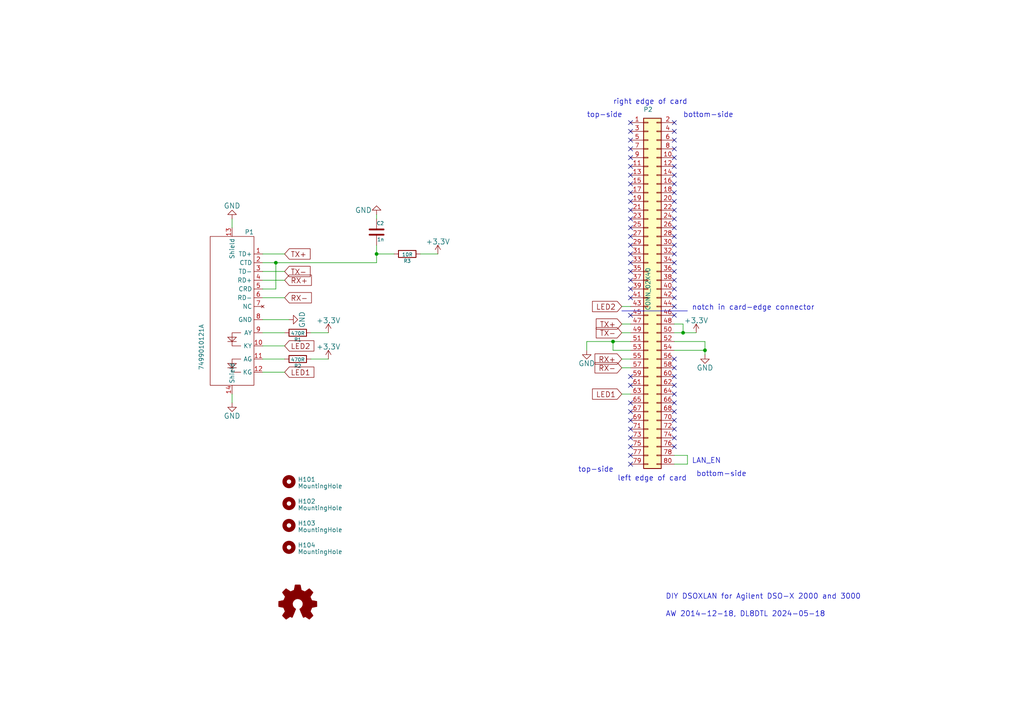
<source format=kicad_sch>
(kicad_sch (version 20230121) (generator eeschema)
  (paper "A4")
  (lib_symbols
    (symbol "Connector_Generic:Conn_02x40_Odd_Even" (pin_names (offset 1.016) hide)
      (property "Reference" "J" (at 1.27 50.8 0))
      (property "Value" "Conn_02x40_Odd_Even" (at 1.27 -53.34 0))
      (symbol "Conn_02x40_Odd_Even_1_1"
        (rectangle (start -1.27 -50.673) (end 0 -50.927) (stroke (width 0.1524)))
        (rectangle (start -1.27 -48.133) (end 0 -48.387) (stroke (width 0.1524)))
        (rectangle (start -1.27 -45.593) (end 0 -45.847) (stroke (width 0.1524)))
        (rectangle (start -1.27 -43.053) (end 0 -43.307) (stroke (width 0.1524)))
        (rectangle (start -1.27 -40.513) (end 0 -40.767) (stroke (width 0.1524)))
        (rectangle (start -1.27 -37.973) (end 0 -38.227) (stroke (width 0.1524)))
        (rectangle (start -1.27 -35.433) (end 0 -35.687) (stroke (width 0.1524)))
        (rectangle (start -1.27 -32.893) (end 0 -33.147) (stroke (width 0.1524)))
        (rectangle (start -1.27 -30.353) (end 0 -30.607) (stroke (width 0.1524)))
        (rectangle (start -1.27 -27.813) (end 0 -28.067) (stroke (width 0.1524)))
        (rectangle (start -1.27 -25.273) (end 0 -25.527) (stroke (width 0.1524)))
        (rectangle (start -1.27 -22.733) (end 0 -22.987) (stroke (width 0.1524)))
        (rectangle (start -1.27 -20.193) (end 0 -20.447) (stroke (width 0.1524)))
        (rectangle (start -1.27 -17.653) (end 0 -17.907) (stroke (width 0.1524)))
        (rectangle (start -1.27 -15.113) (end 0 -15.367) (stroke (width 0.1524)))
        (rectangle (start -1.27 -12.573) (end 0 -12.827) (stroke (width 0.1524)))
        (rectangle (start -1.27 -10.033) (end 0 -10.287) (stroke (width 0.1524)))
        (rectangle (start -1.27 -7.493) (end 0 -7.747) (stroke (width 0.1524)))
        (rectangle (start -1.27 -4.953) (end 0 -5.207) (stroke (width 0.1524)))
        (rectangle (start -1.27 -2.413) (end 0 -2.667) (stroke (width 0.1524)))
        (rectangle (start -1.27 0.127) (end 0 -0.127) (stroke (width 0.1524)))
        (rectangle (start -1.27 2.667) (end 0 2.413) (stroke (width 0.1524)))
        (rectangle (start -1.27 5.207) (end 0 4.953) (stroke (width 0.1524)))
        (rectangle (start -1.27 7.747) (end 0 7.493) (stroke (width 0.1524)))
        (rectangle (start -1.27 10.287) (end 0 10.033) (stroke (width 0.1524)))
        (rectangle (start -1.27 12.827) (end 0 12.573) (stroke (width 0.1524)))
        (rectangle (start -1.27 15.367) (end 0 15.113) (stroke (width 0.1524)))
        (rectangle (start -1.27 17.907) (end 0 17.653) (stroke (width 0.1524)))
        (rectangle (start -1.27 20.447) (end 0 20.193) (stroke (width 0.1524)))
        (rectangle (start -1.27 22.987) (end 0 22.733) (stroke (width 0.1524)))
        (rectangle (start -1.27 25.527) (end 0 25.273) (stroke (width 0.1524)))
        (rectangle (start -1.27 28.067) (end 0 27.813) (stroke (width 0.1524)))
        (rectangle (start -1.27 30.607) (end 0 30.353) (stroke (width 0.1524)))
        (rectangle (start -1.27 33.147) (end 0 32.893) (stroke (width 0.1524)))
        (rectangle (start -1.27 35.687) (end 0 35.433) (stroke (width 0.1524)))
        (rectangle (start -1.27 38.227) (end 0 37.973) (stroke (width 0.1524)))
        (rectangle (start -1.27 40.767) (end 0 40.513) (stroke (width 0.1524)))
        (rectangle (start -1.27 43.307) (end 0 43.053) (stroke (width 0.1524)))
        (rectangle (start -1.27 45.847) (end 0 45.593) (stroke (width 0.1524)))
        (rectangle (start -1.27 48.387) (end 0 48.133) (stroke (width 0.1524)))
        (rectangle (start -1.27 49.53) (end 3.81 -52.07) (stroke (width 0.254)) (fill (type background)))
        (rectangle (start 3.81 -50.673) (end 2.54 -50.927) (stroke (width 0.1524)))
        (rectangle (start 3.81 -48.133) (end 2.54 -48.387) (stroke (width 0.1524)))
        (rectangle (start 3.81 -45.593) (end 2.54 -45.847) (stroke (width 0.1524)))
        (rectangle (start 3.81 -43.053) (end 2.54 -43.307) (stroke (width 0.1524)))
        (rectangle (start 3.81 -40.513) (end 2.54 -40.767) (stroke (width 0.1524)))
        (rectangle (start 3.81 -37.973) (end 2.54 -38.227) (stroke (width 0.1524)))
        (rectangle (start 3.81 -35.433) (end 2.54 -35.687) (stroke (width 0.1524)))
        (rectangle (start 3.81 -32.893) (end 2.54 -33.147) (stroke (width 0.1524)))
        (rectangle (start 3.81 -30.353) (end 2.54 -30.607) (stroke (width 0.1524)))
        (rectangle (start 3.81 -27.813) (end 2.54 -28.067) (stroke (width 0.1524)))
        (rectangle (start 3.81 -25.273) (end 2.54 -25.527) (stroke (width 0.1524)))
        (rectangle (start 3.81 -22.733) (end 2.54 -22.987) (stroke (width 0.1524)))
        (rectangle (start 3.81 -20.193) (end 2.54 -20.447) (stroke (width 0.1524)))
        (rectangle (start 3.81 -17.653) (end 2.54 -17.907) (stroke (width 0.1524)))
        (rectangle (start 3.81 -15.113) (end 2.54 -15.367) (stroke (width 0.1524)))
        (rectangle (start 3.81 -12.573) (end 2.54 -12.827) (stroke (width 0.1524)))
        (rectangle (start 3.81 -10.033) (end 2.54 -10.287) (stroke (width 0.1524)))
        (rectangle (start 3.81 -7.493) (end 2.54 -7.747) (stroke (width 0.1524)))
        (rectangle (start 3.81 -4.953) (end 2.54 -5.207) (stroke (width 0.1524)))
        (rectangle (start 3.81 -2.413) (end 2.54 -2.667) (stroke (width 0.1524)))
        (rectangle (start 3.81 0.127) (end 2.54 -0.127) (stroke (width 0.1524)))
        (rectangle (start 3.81 2.667) (end 2.54 2.413) (stroke (width 0.1524)))
        (rectangle (start 3.81 5.207) (end 2.54 4.953) (stroke (width 0.1524)))
        (rectangle (start 3.81 7.747) (end 2.54 7.493) (stroke (width 0.1524)))
        (rectangle (start 3.81 10.287) (end 2.54 10.033) (stroke (width 0.1524)))
        (rectangle (start 3.81 12.827) (end 2.54 12.573) (stroke (width 0.1524)))
        (rectangle (start 3.81 15.367) (end 2.54 15.113) (stroke (width 0.1524)))
        (rectangle (start 3.81 17.907) (end 2.54 17.653) (stroke (width 0.1524)))
        (rectangle (start 3.81 20.447) (end 2.54 20.193) (stroke (width 0.1524)))
        (rectangle (start 3.81 22.987) (end 2.54 22.733) (stroke (width 0.1524)))
        (rectangle (start 3.81 25.527) (end 2.54 25.273) (stroke (width 0.1524)))
        (rectangle (start 3.81 28.067) (end 2.54 27.813) (stroke (width 0.1524)))
        (rectangle (start 3.81 30.607) (end 2.54 30.353) (stroke (width 0.1524)))
        (rectangle (start 3.81 33.147) (end 2.54 32.893) (stroke (width 0.1524)))
        (rectangle (start 3.81 35.687) (end 2.54 35.433) (stroke (width 0.1524)))
        (rectangle (start 3.81 38.227) (end 2.54 37.973) (stroke (width 0.1524)))
        (rectangle (start 3.81 40.767) (end 2.54 40.513) (stroke (width 0.1524)))
        (rectangle (start 3.81 43.307) (end 2.54 43.053) (stroke (width 0.1524)))
        (rectangle (start 3.81 45.847) (end 2.54 45.593) (stroke (width 0.1524)))
        (rectangle (start 3.81 48.387) (end 2.54 48.133) (stroke (width 0.1524)))
        (pin passive line (at -5.08 48.26 0) (length 3.81) (name "Pin_1") (number "1"))
        (pin passive line (at 7.62 38.1 180) (length 3.81) (name "Pin_10") (number "10"))
        (pin passive line (at -5.08 35.56 0) (length 3.81) (name "Pin_11") (number "11"))
        (pin passive line (at 7.62 35.56 180) (length 3.81) (name "Pin_12") (number "12"))
        (pin passive line (at -5.08 33.02 0) (length 3.81) (name "Pin_13") (number "13"))
        (pin passive line (at 7.62 33.02 180) (length 3.81) (name "Pin_14") (number "14"))
        (pin passive line (at -5.08 30.48 0) (length 3.81) (name "Pin_15") (number "15"))
        (pin passive line (at 7.62 30.48 180) (length 3.81) (name "Pin_16") (number "16"))
        (pin passive line (at -5.08 27.94 0) (length 3.81) (name "Pin_17") (number "17"))
        (pin passive line (at 7.62 27.94 180) (length 3.81) (name "Pin_18") (number "18"))
        (pin passive line (at -5.08 25.4 0) (length 3.81) (name "Pin_19") (number "19"))
        (pin passive line (at 7.62 48.26 180) (length 3.81) (name "Pin_2") (number "2"))
        (pin passive line (at 7.62 25.4 180) (length 3.81) (name "Pin_20") (number "20"))
        (pin passive line (at -5.08 22.86 0) (length 3.81) (name "Pin_21") (number "21"))
        (pin passive line (at 7.62 22.86 180) (length 3.81) (name "Pin_22") (number "22"))
        (pin passive line (at -5.08 20.32 0) (length 3.81) (name "Pin_23") (number "23"))
        (pin passive line (at 7.62 20.32 180) (length 3.81) (name "Pin_24") (number "24"))
        (pin passive line (at -5.08 17.78 0) (length 3.81) (name "Pin_25") (number "25"))
        (pin passive line (at 7.62 17.78 180) (length 3.81) (name "Pin_26") (number "26"))
        (pin passive line (at -5.08 15.24 0) (length 3.81) (name "Pin_27") (number "27"))
        (pin passive line (at 7.62 15.24 180) (length 3.81) (name "Pin_28") (number "28"))
        (pin passive line (at -5.08 12.7 0) (length 3.81) (name "Pin_29") (number "29"))
        (pin passive line (at -5.08 45.72 0) (length 3.81) (name "Pin_3") (number "3"))
        (pin passive line (at 7.62 12.7 180) (length 3.81) (name "Pin_30") (number "30"))
        (pin passive line (at -5.08 10.16 0) (length 3.81) (name "Pin_31") (number "31"))
        (pin passive line (at 7.62 10.16 180) (length 3.81) (name "Pin_32") (number "32"))
        (pin passive line (at -5.08 7.62 0) (length 3.81) (name "Pin_33") (number "33"))
        (pin passive line (at 7.62 7.62 180) (length 3.81) (name "Pin_34") (number "34"))
        (pin passive line (at -5.08 5.08 0) (length 3.81) (name "Pin_35") (number "35"))
        (pin passive line (at 7.62 5.08 180) (length 3.81) (name "Pin_36") (number "36"))
        (pin passive line (at -5.08 2.54 0) (length 3.81) (name "Pin_37") (number "37"))
        (pin passive line (at 7.62 2.54 180) (length 3.81) (name "Pin_38") (number "38"))
        (pin passive line (at -5.08 0 0) (length 3.81) (name "Pin_39") (number "39"))
        (pin passive line (at 7.62 45.72 180) (length 3.81) (name "Pin_4") (number "4"))
        (pin passive line (at 7.62 0 180) (length 3.81) (name "Pin_40") (number "40"))
        (pin passive line (at -5.08 -2.54 0) (length 3.81) (name "Pin_41") (number "41"))
        (pin passive line (at 7.62 -2.54 180) (length 3.81) (name "Pin_42") (number "42"))
        (pin passive line (at -5.08 -5.08 0) (length 3.81) (name "Pin_43") (number "43"))
        (pin passive line (at 7.62 -5.08 180) (length 3.81) (name "Pin_44") (number "44"))
        (pin passive line (at -5.08 -7.62 0) (length 3.81) (name "Pin_45") (number "45"))
        (pin passive line (at 7.62 -7.62 180) (length 3.81) (name "Pin_46") (number "46"))
        (pin passive line (at -5.08 -10.16 0) (length 3.81) (name "Pin_47") (number "47"))
        (pin passive line (at 7.62 -10.16 180) (length 3.81) (name "Pin_48") (number "48"))
        (pin passive line (at -5.08 -12.7 0) (length 3.81) (name "Pin_49") (number "49"))
        (pin passive line (at -5.08 43.18 0) (length 3.81) (name "Pin_5") (number "5"))
        (pin passive line (at 7.62 -12.7 180) (length 3.81) (name "Pin_50") (number "50"))
        (pin passive line (at -5.08 -15.24 0) (length 3.81) (name "Pin_51") (number "51"))
        (pin passive line (at 7.62 -15.24 180) (length 3.81) (name "Pin_52") (number "52"))
        (pin passive line (at -5.08 -17.78 0) (length 3.81) (name "Pin_53") (number "53"))
        (pin passive line (at 7.62 -17.78 180) (length 3.81) (name "Pin_54") (number "54"))
        (pin passive line (at -5.08 -20.32 0) (length 3.81) (name "Pin_55") (number "55"))
        (pin passive line (at 7.62 -20.32 180) (length 3.81) (name "Pin_56") (number "56"))
        (pin passive line (at -5.08 -22.86 0) (length 3.81) (name "Pin_57") (number "57"))
        (pin passive line (at 7.62 -22.86 180) (length 3.81) (name "Pin_58") (number "58"))
        (pin passive line (at -5.08 -25.4 0) (length 3.81) (name "Pin_59") (number "59"))
        (pin passive line (at 7.62 43.18 180) (length 3.81) (name "Pin_6") (number "6"))
        (pin passive line (at 7.62 -25.4 180) (length 3.81) (name "Pin_60") (number "60"))
        (pin passive line (at -5.08 -27.94 0) (length 3.81) (name "Pin_61") (number "61"))
        (pin passive line (at 7.62 -27.94 180) (length 3.81) (name "Pin_62") (number "62"))
        (pin passive line (at -5.08 -30.48 0) (length 3.81) (name "Pin_63") (number "63"))
        (pin passive line (at 7.62 -30.48 180) (length 3.81) (name "Pin_64") (number "64"))
        (pin passive line (at -5.08 -33.02 0) (length 3.81) (name "Pin_65") (number "65"))
        (pin passive line (at 7.62 -33.02 180) (length 3.81) (name "Pin_66") (number "66"))
        (pin passive line (at -5.08 -35.56 0) (length 3.81) (name "Pin_67") (number "67"))
        (pin passive line (at 7.62 -35.56 180) (length 3.81) (name "Pin_68") (number "68"))
        (pin passive line (at -5.08 -38.1 0) (length 3.81) (name "Pin_69") (number "69"))
        (pin passive line (at -5.08 40.64 0) (length 3.81) (name "Pin_7") (number "7"))
        (pin passive line (at 7.62 -38.1 180) (length 3.81) (name "Pin_70") (number "70"))
        (pin passive line (at -5.08 -40.64 0) (length 3.81) (name "Pin_71") (number "71"))
        (pin passive line (at 7.62 -40.64 180) (length 3.81) (name "Pin_72") (number "72"))
        (pin passive line (at -5.08 -43.18 0) (length 3.81) (name "Pin_73") (number "73"))
        (pin passive line (at 7.62 -43.18 180) (length 3.81) (name "Pin_74") (number "74"))
        (pin passive line (at -5.08 -45.72 0) (length 3.81) (name "Pin_75") (number "75"))
        (pin passive line (at 7.62 -45.72 180) (length 3.81) (name "Pin_76") (number "76"))
        (pin passive line (at -5.08 -48.26 0) (length 3.81) (name "Pin_77") (number "77"))
        (pin passive line (at 7.62 -48.26 180) (length 3.81) (name "Pin_78") (number "78"))
        (pin passive line (at -5.08 -50.8 0) (length 3.81) (name "Pin_79") (number "79"))
        (pin passive line (at 7.62 40.64 180) (length 3.81) (name "Pin_8") (number "8"))
        (pin passive line (at 7.62 -50.8 180) (length 3.81) (name "Pin_80") (number "80"))
        (pin passive line (at -5.08 38.1 0) (length 3.81) (name "Pin_9") (number "9"))
      )
    )
    (symbol "Device:C" (pin_numbers hide) (pin_names (offset 0.254))
      (property "Reference" "C" (at 0.635 2.54 0))
      (property "Value" "C" (at 0.635 -2.54 0))
      (symbol "C_0_1"
        (polyline (pts (xy -2.032 -0.762) (xy 2.032 -0.762)) (stroke (width 0.508)))
        (polyline (pts (xy -2.032 0.762) (xy 2.032 0.762)) (stroke (width 0.508)))
      )
      (symbol "C_1_1"
        (pin passive line (at 0 3.81 270) (length 2.794) (name "~") (number "1"))
        (pin passive line (at 0 -3.81 90) (length 2.794) (name "~") (number "2"))
      )
    )
    (symbol "Device:R" (pin_numbers hide) (pin_names (offset 0))
      (property "Reference" "R" (at 2.032 0 90))
      (property "Value" "R" (at 0 0 90))
      (symbol "R_0_1"
        (rectangle (start -1.016 -2.54) (end 1.016 2.54) (stroke (width 0.254)))
      )
      (symbol "R_1_1"
        (pin passive line (at 0 3.81 270) (length 1.27) (name "~") (number "1"))
        (pin passive line (at 0 -3.81 90) (length 1.27) (name "~") (number "2"))
      )
    )
    (symbol "Graphic:Logo_Open_Hardware_Small" (in_bom no) (on_board no)
      (symbol "Logo_Open_Hardware_Small_0_1"
        (polyline (pts (xy 3.3528 -4.3434) (xy 3.302 -4.318) (xy 3.175 -4.2418) (xy 2.9972 -4.1148) (xy 2.7686 -3.9624) (xy 2.54 -3.81) (xy 2.3622 -3.7084) (xy 2.2352 -3.6068) (xy 2.1844 -3.5814) (xy 2.159 -3.6068) (xy 2.0574 -3.6576) (xy 1.905 -3.7338) (xy 1.8034 -3.7846) (xy 1.6764 -3.8354) (xy 1.6002 -3.8354) (xy 1.6002 -3.8354) (xy 1.5494 -3.7338) (xy 1.4732 -3.5306) (xy 1.3462 -3.302) (xy 1.2446 -3.0226) (xy 1.1176 -2.7178) (xy 0.9652 -2.413) (xy 0.8636 -2.1082) (xy 0.7366 -1.8288) (xy 0.6604 -1.6256) (xy 0.6096 -1.4732) (xy 0.5842 -1.397) (xy 0.5842 -1.397) (xy 0.6604 -1.3208) (xy 0.7874 -1.2446) (xy 1.0414 -1.016) (xy 1.2954 -0.6858) (xy 1.4478 -0.3302) (xy 1.524 0.0762) (xy 1.4732 0.4572) (xy 1.3208 0.8128) (xy 1.0668 1.143) (xy 0.762 1.3716) (xy 0.4064 1.524) (xy 0 1.5748) (xy -0.381 1.5494) (xy -0.7366 1.397) (xy -1.0668 1.143) (xy -1.2192 0.9906) (xy -1.397 0.6604) (xy -1.524 0.3048) (xy -1.524 0.2286) (xy -1.4986 -0.1778) (xy -1.397 -0.5334) (xy -1.1938 -0.8636) (xy -0.9144 -1.143) (xy -0.8636 -1.1684) (xy -0.7366 -1.27) (xy -0.635 -1.3462) (xy -0.5842 -1.397) (xy -1.0668 -2.5908) (xy -1.143 -2.794) (xy -1.2954 -3.1242) (xy -1.397 -3.4036) (xy -1.4986 -3.6322) (xy -1.5748 -3.7846) (xy -1.6002 -3.8354) (xy -1.6002 -3.8354) (xy -1.651 -3.8354) (xy -1.7272 -3.81) (xy -1.905 -3.7338) (xy -2.0066 -3.683) (xy -2.1336 -3.6068) (xy -2.2098 -3.5814) (xy -2.2606 -3.6068) (xy -2.3622 -3.683) (xy -2.54 -3.81) (xy -2.7686 -3.9624) (xy -2.9718 -4.0894) (xy -3.1496 -4.2164) (xy -3.302 -4.318) (xy -3.3528 -4.3434) (xy -3.3782 -4.3434) (xy -3.429 -4.318) (xy -3.5306 -4.2164) (xy -3.7084 -4.064) (xy -3.937 -3.8354) (xy -3.9624 -3.81) (xy -4.1656 -3.6068) (xy -4.318 -3.4544) (xy -4.4196 -3.3274) (xy -4.445 -3.2766) (xy -4.445 -3.2766) (xy -4.4196 -3.2258) (xy -4.318 -3.0734) (xy -4.2164 -2.8956) (xy -4.064 -2.667) (xy -3.6576 -2.0828) (xy -3.8862 -1.5494) (xy -3.937 -1.3716) (xy -4.0386 -1.1684) (xy -4.0894 -1.0414) (xy -4.1148 -0.9652) (xy -4.191 -0.9398) (xy -4.318 -0.9144) (xy -4.5466 -0.8636) (xy -4.8006 -0.8128) (xy -5.0546 -0.7874) (xy -5.2578 -0.7366) (xy -5.4356 -0.7112) (xy -5.5118 -0.6858) (xy -5.5118 -0.6858) (xy -5.5372 -0.635) (xy -5.5372 -0.5588) (xy -5.5372 -0.4318) (xy -5.5626 -0.2286) (xy -5.5626 0.0762) (xy -5.5626 0.127) (xy -5.5372 0.4064) (xy -5.5372 0.635) (xy -5.5372 0.762) (xy -5.5372 0.8382) (xy -5.5372 0.8382) (xy -5.461 0.8382) (xy -5.3086 0.889) (xy -5.08 0.9144) (xy -4.826 0.9652) (xy -4.8006 0.9906) (xy -4.5466 1.0414) (xy -4.318 1.0668) (xy -4.1656 1.1176) (xy -4.0894 1.143) (xy -4.0894 1.143) (xy -4.0386 1.2446) (xy -3.9624 1.4224) (xy -3.8608 1.6256) (xy -3.7846 1.8288) (xy -3.7084 2.0066) (xy -3.6576 2.159) (xy -3.6322 2.2098) (xy -3.6322 2.2098) (xy -3.683 2.286) (xy -3.7592 2.413) (xy -3.8862 2.5908) (xy -4.064 2.8194) (xy -4.064 2.8448) (xy -4.2164 3.0734) (xy -4.3434 3.2512) (xy -4.4196 3.3782) (xy -4.445 3.4544) (xy -4.445 3.4544) (xy -4.3942 3.5052) (xy -4.2926 3.6322) (xy -4.1148 3.81) (xy -3.937 4.0132) (xy -3.8608 4.064) (xy -3.6576 4.2926) (xy -3.5052 4.4196) (xy -3.4036 4.4958) (xy -3.3528 4.5212) (xy -3.3528 4.5212) (xy -3.302 4.4704) (xy -3.1496 4.3688) (xy -2.9718 4.2418) (xy -2.7432 4.0894) (xy -2.7178 4.0894) (xy -2.4892 3.937) (xy -2.3114 3.81) (xy -2.1844 3.7084) (xy -2.1336 3.683) (xy -2.1082 3.683) (xy -2.032 3.7084) (xy -1.8542 3.7592) (xy -1.6764 3.8354) (xy -1.4732 3.937) (xy -1.27 4.0132) (xy -1.143 4.064) (xy -1.0668 4.1148) (xy -1.0668 4.1148) (xy -1.0414 4.191) (xy -1.016 4.3434) (xy -0.9652 4.572) (xy -0.9144 4.8514) (xy -0.889 4.9022) (xy -0.8382 5.1562) (xy -0.8128 5.3848) (xy -0.7874 5.5372) (xy -0.762 5.588) (xy -0.7112 5.6134) (xy -0.5842 5.6134) (xy -0.4064 5.6134) (xy -0.1524 5.6134) (xy 0.0762 5.6134) (xy 0.3302 5.6134) (xy 0.5334 5.6134) (xy 0.6858 5.588) (xy 0.7366 5.588) (xy 0.7366 5.588) (xy 0.762 5.5118) (xy 0.8128 5.334) (xy 0.8382 5.1054) (xy 0.9144 4.826) (xy 0.9144 4.7752) (xy 0.9652 4.5212) (xy 1.016 4.2926) (xy 1.0414 4.1402) (xy 1.0668 4.0894) (xy 1.0668 4.0894) (xy 1.1938 4.0386) (xy 1.3716 3.9624) (xy 1.5748 3.8608) (xy 2.0828 3.6576) (xy 2.7178 4.0894) (xy 2.7686 4.1402) (xy 2.9972 4.2926) (xy 3.175 4.4196) (xy 3.302 4.4958) (xy 3.3782 4.5212) (xy 3.3782 4.5212) (xy 3.429 4.4704) (xy 3.556 4.3434) (xy 3.7338 4.191) (xy 3.9116 3.9878) (xy 4.064 3.8354) (xy 4.2418 3.6576) (xy 4.3434 3.556) (xy 4.4196 3.4798) (xy 4.4196 3.429) (xy 4.4196 3.4036) (xy 4.3942 3.3274) (xy 4.2926 3.2004) (xy 4.1656 2.9972) (xy 4.0132 2.794) (xy 3.8862 2.5908) (xy 3.7592 2.3876) (xy 3.6576 2.2352) (xy 3.6322 2.159) (xy 3.6322 2.1336) (xy 3.683 2.0066) (xy 3.7592 1.8288) (xy 3.8608 1.6002) (xy 4.064 1.1176) (xy 4.3942 1.0414) (xy 4.5974 1.016) (xy 4.8768 0.9652) (xy 5.1308 0.9144) (xy 5.5372 0.8382) (xy 5.5626 -0.6604) (xy 5.4864 -0.6858) (xy 5.4356 -0.6858) (xy 5.2832 -0.7366) (xy 5.0546 -0.762) (xy 4.8006 -0.8128) (xy 4.5974 -0.8636) (xy 4.3688 -0.9144) (xy 4.2164 -0.9398) (xy 4.1402 -0.9398) (xy 4.1148 -0.9652) (xy 4.064 -1.0668) (xy 3.9878 -1.2446) (xy 3.9116 -1.4478) (xy 3.81 -1.651) (xy 3.7338 -1.8542) (xy 3.683 -2.0066) (xy 3.6576 -2.0828) (xy 3.683 -2.1336) (xy 3.7846 -2.2606) (xy 3.8862 -2.4638) (xy 4.0386 -2.667) (xy 4.191 -2.8956) (xy 4.318 -3.0734) (xy 4.3942 -3.2004) (xy 4.445 -3.2766) (xy 4.4196 -3.3274) (xy 4.3434 -3.429) (xy 4.1656 -3.5814) (xy 3.937 -3.8354) (xy 3.8862 -3.8608) (xy 3.683 -4.064) (xy 3.5306 -4.2164) (xy 3.4036 -4.318) (xy 3.3528 -4.3434)) (fill (type outline)))
      )
    )
    (symbol "Mechanical:MountingHole" (pin_names (offset 1.016))
      (property "Reference" "H" (at 0 5.08 0))
      (property "Value" "MountingHole" (at 0 3.175 0))
      (symbol "MountingHole_0_1"
        (circle (center 0 0) (radius 1.27) (stroke (width 1.27)))
      )
    )
    (symbol "dsoxlan:WÜRTH-7499011121A"
      (property "Reference" "P?" (at -3.81 21.59 0))
      (property "Value" "WÜRTH 7499010121A" (at -3.81 10.16 90))
      (symbol "WÜRTH-7499011121A_0_1"
        (rectangle (start -6.35 20.32) (end 6.35 -22.86))
        (polyline (pts (xy -1.27 -17.78) (xy 1.27 -17.78)))
        (polyline (pts (xy -1.27 -10.16) (xy 1.27 -10.16)))
        (polyline (pts (xy -1.27 -16.51) (xy 1.27 -16.51) (xy 0 -17.78) (xy -1.27 -16.51)))
        (polyline (pts (xy -1.27 -8.89) (xy 1.27 -8.89) (xy 0 -10.16) (xy -1.27 -8.89)))
        (polyline (pts (xy 2.54 -15.24) (xy 0 -15.24) (xy 0 -19.05) (xy 2.54 -19.05)))
        (polyline (pts (xy 2.54 -7.62) (xy 0 -7.62) (xy 0 -11.43) (xy 2.54 -11.43)))
      )
      (symbol "WÜRTH-7499011121A_1_1"
        (pin passive line (at 8.89 15.24 180) (length 2.54) (name "TD+") (number "1"))
        (pin passive line (at 8.89 -11.43 180) (length 2.54) (name "KY") (number "10"))
        (pin passive line (at 8.89 -15.24 180) (length 2.54) (name "AG") (number "11"))
        (pin passive line (at 8.89 -19.05 180) (length 2.54) (name "KG") (number "12"))
        (pin passive line (at 0 22.86 270) (length 2.54) (name "Shield") (number "13"))
        (pin passive line (at 0 -25.4 90) (length 2.54) (name "Shield") (number "14"))
        (pin passive line (at 8.89 12.7 180) (length 2.54) (name "CTD") (number "2"))
        (pin passive line (at 8.89 10.16 180) (length 2.54) (name "TD-") (number "3"))
        (pin passive line (at 8.89 7.62 180) (length 2.54) (name "RD+") (number "4"))
        (pin passive line (at 8.89 5.08 180) (length 2.54) (name "CRD") (number "5"))
        (pin passive line (at 8.89 2.54 180) (length 2.54) (name "RD-") (number "6"))
        (pin no_connect line (at 8.89 0 180) (length 2.54) (name "NC") (number "7"))
        (pin passive line (at 8.89 -3.81 180) (length 2.54) (name "GND") (number "8"))
        (pin passive line (at 8.89 -7.62 180) (length 2.54) (name "AY") (number "9"))
      )
    )
    (symbol "power:+3.3V" (power) (pin_names (offset 0))
      (property "Value" "+3.3V" (at 0 3.556 0))
      (symbol "+3.3V_0_1"
        (polyline (pts (xy -0.762 1.27) (xy 0 2.54)))
        (polyline (pts (xy 0 0) (xy 0 2.54)))
        (polyline (pts (xy 0 2.54) (xy 0.762 1.27)))
      )
      (symbol "+3.3V_1_1"
        (pin power_in line (at 0 0 90) (length 0) hide (name "+3.3V") (number "1"))
      )
    )
    (symbol "power:GND" (power) (pin_names (offset 0))
      (property "Value" "GND" (at 0 -3.81 0))
      (symbol "GND_0_1"
        (polyline (pts (xy 0 0) (xy 0 -1.27) (xy 1.27 -1.27) (xy 0 -2.54) (xy -1.27 -1.27) (xy 0 -1.27)))
      )
      (symbol "GND_1_1"
        (pin power_in line (at 0 0 270) (length 0) hide (name "GND") (number "1"))
      )
    )
  )
  (junction (at 204.47 101.6))
  (junction (at 109.22 73.66))
  (junction (at 80.01 76.2))
  (junction (at 177.8 99.06))
  (junction (at 198.12 96.52))
  (no_connect (at 195.58 68.58))
  (no_connect (at 195.58 55.88))
  (no_connect (at 182.88 55.88))
  (no_connect (at 182.88 132.08))
  (no_connect (at 195.58 114.3))
  (no_connect (at 195.58 48.26))
  (no_connect (at 195.58 45.72))
  (no_connect (at 182.88 134.62))
  (no_connect (at 195.58 83.82))
  (no_connect (at 182.88 48.26))
  (no_connect (at 182.88 73.66))
  (no_connect (at 182.88 35.56))
  (no_connect (at 182.88 81.28))
  (no_connect (at 182.88 45.72))
  (no_connect (at 182.88 119.38))
  (no_connect (at 195.58 43.18))
  (no_connect (at 195.58 76.2))
  (no_connect (at 182.88 71.12))
  (no_connect (at 182.88 76.2))
  (no_connect (at 195.58 109.22))
  (no_connect (at 195.58 40.64))
  (no_connect (at 182.88 86.36))
  (no_connect (at 195.58 60.96))
  (no_connect (at 195.58 71.12))
  (no_connect (at 195.58 58.42))
  (no_connect (at 182.88 129.54))
  (no_connect (at 195.58 35.56))
  (no_connect (at 195.58 104.14))
  (no_connect (at 182.88 43.18))
  (no_connect (at 182.88 124.46))
  (no_connect (at 195.58 127))
  (no_connect (at 195.58 106.68))
  (no_connect (at 195.58 124.46))
  (no_connect (at 195.58 91.44))
  (no_connect (at 182.88 116.84))
  (no_connect (at 195.58 81.28))
  (no_connect (at 195.58 86.36))
  (no_connect (at 182.88 58.42))
  (no_connect (at 195.58 121.92))
  (no_connect (at 182.88 63.5))
  (no_connect (at 182.88 60.96))
  (no_connect (at 182.88 109.22))
  (no_connect (at 182.88 66.04))
  (no_connect (at 182.88 121.92))
  (no_connect (at 195.58 66.04))
  (no_connect (at 195.58 116.84))
  (no_connect (at 182.88 40.64))
  (no_connect (at 182.88 111.76))
  (no_connect (at 195.58 129.54))
  (no_connect (at 182.88 50.8))
  (no_connect (at 195.58 50.8))
  (no_connect (at 195.58 63.5))
  (no_connect (at 195.58 38.1))
  (no_connect (at 195.58 88.9))
  (no_connect (at 182.88 91.44))
  (no_connect (at 195.58 78.74))
  (no_connect (at 182.88 127))
  (no_connect (at 195.58 119.38))
  (no_connect (at 182.88 83.82))
  (no_connect (at 182.88 78.74))
  (no_connect (at 182.88 38.1))
  (no_connect (at 195.58 53.34))
  (no_connect (at 182.88 53.34))
  (no_connect (at 195.58 111.76))
  (no_connect (at 195.58 73.66))
  (no_connect (at 182.88 68.58))
  (wire (pts (xy 76.2 104.14) (xy 82.55 104.14)))
  (wire (pts (xy 195.58 99.06) (xy 204.47 99.06)))
  (wire (pts (xy 109.22 62.23) (xy 109.22 63.5)))
  (wire (pts (xy 182.88 96.52) (xy 180.34 96.52)))
  (wire (pts (xy 121.92 73.66) (xy 127 73.66)))
  (wire (pts (xy 199.39 132.08) (xy 199.39 134.62)))
  (wire (pts (xy 109.22 73.66) (xy 114.3 73.66)))
  (wire (pts (xy 180.34 106.68) (xy 182.88 106.68)))
  (wire (pts (xy 76.2 76.2) (xy 80.01 76.2)))
  (wire (pts (xy 182.88 114.3) (xy 180.34 114.3)))
  (wire (pts (xy 170.18 99.06) (xy 177.8 99.06)))
  (wire (pts (xy 195.58 93.98) (xy 198.12 93.98)))
  (wire (pts (xy 76.2 78.74) (xy 82.55 78.74)))
  (wire (pts (xy 195.58 101.6) (xy 204.47 101.6)))
  (wire (pts (xy 67.31 116.84) (xy 67.31 114.3)))
  (wire (pts (xy 201.93 96.52) (xy 198.12 96.52)))
  (wire (pts (xy 204.47 101.6) (xy 204.47 102.87)))
  (wire (pts (xy 204.47 99.06) (xy 204.47 101.6)))
  (wire (pts (xy 76.2 100.33) (xy 82.55 100.33)))
  (wire (pts (xy 198.12 93.98) (xy 198.12 96.52)))
  (wire (pts (xy 76.2 96.52) (xy 82.55 96.52)))
  (wire (pts (xy 195.58 132.08) (xy 199.39 132.08)))
  (wire (pts (xy 90.17 104.14) (xy 95.25 104.14)))
  (wire (pts (xy 76.2 92.71) (xy 83.82 92.71)))
  (wire (pts (xy 199.39 134.62) (xy 195.58 134.62)))
  (wire (pts (xy 76.2 81.28) (xy 82.55 81.28)))
  (wire (pts (xy 90.17 96.52) (xy 95.25 96.52)))
  (wire (pts (xy 80.01 76.2) (xy 80.01 83.82)))
  (wire (pts (xy 76.2 73.66) (xy 82.55 73.66)))
  (wire (pts (xy 177.8 99.06) (xy 182.88 99.06)))
  (wire (pts (xy 80.01 76.2) (xy 109.22 76.2)))
  (wire (pts (xy 76.2 107.95) (xy 82.55 107.95)))
  (wire (pts (xy 109.22 76.2) (xy 109.22 73.66)))
  (wire (pts (xy 198.12 96.52) (xy 195.58 96.52)))
  (polyline (pts (xy 180.34 90.17) (xy 199.39 90.17)))
  (wire (pts (xy 67.31 63.5) (xy 67.31 66.04)))
  (wire (pts (xy 109.22 71.12) (xy 109.22 73.66)))
  (wire (pts (xy 76.2 86.36) (xy 82.55 86.36)))
  (wire (pts (xy 182.88 88.9) (xy 180.34 88.9)))
  (wire (pts (xy 182.88 93.98) (xy 180.34 93.98)))
  (wire (pts (xy 170.18 99.06) (xy 170.18 101.6)))
  (wire (pts (xy 177.8 101.6) (xy 177.8 99.06)))
  (wire (pts (xy 76.2 83.82) (xy 80.01 83.82)))
  (wire (pts (xy 182.88 101.6) (xy 177.8 101.6)))
  (wire (pts (xy 180.34 104.14) (xy 182.88 104.14)))
  (text "bottom-side" (at 201.93 138.43 0) (effects (font (size 1.524 1.524)) (justify left bottom)))
  (text "top-side" (at 170.18 34.29 0) (effects (font (size 1.524 1.524)) (justify left bottom)))
  (text "left edge of card" (at 179.07 139.7 0) (effects (font (size 1.524 1.524)) (justify left bottom)))
  (text "DIY DSOXLAN for Agilent DSO-X 2000 and 3000" (at 193.04 173.99 0) (effects (font (size 1.524 1.524)) (justify left bottom)))
  (text "AW 2014-12-18, DL8DTL 2024-05-18" (at 193.04 179.07 0) (effects (font (size 1.524 1.524)) (justify left bottom)))
  (text "right edge of card" (at 177.8 30.48 0) (effects (font (size 1.524 1.524)) (justify left bottom)))
  (text "top-side" (at 167.64 137.16 0) (effects (font (size 1.524 1.524)) (justify left bottom)))
  (text "bottom-side" (at 198.12 34.29 0) (effects (font (size 1.524 1.524)) (justify left bottom)))
  (text "notch in card-edge connector" (at 200.66 90.17 0) (effects (font (size 1.524 1.524)) (justify left bottom)))
  (text "LAN_EN" (at 200.66 134.62 0) (effects (font (size 1.524 1.524)) (justify left bottom)))
  (global_label "TX-" (shape input) (at 82.55 78.74 0) (effects (font (size 1.524 1.524))) (property "Intersheetrefs" "${INTERSHEET_REFS}" (effects hide)))
  (global_label "LED2" (shape input) (at 180.34 88.9 180) (effects (font (size 1.524 1.524))) (property "Intersheetrefs" "${INTERSHEET_REFS}" (effects hide)))
  (global_label "LED1" (shape input) (at 82.55 107.95 0) (effects (font (size 1.524 1.524))) (property "Intersheetrefs" "${INTERSHEET_REFS}" (effects hide)))
  (global_label "RX+" (shape input) (at 180.34 104.14 180) (effects (font (size 1.524 1.524))) (property "Intersheetrefs" "${INTERSHEET_REFS}" (effects hide)))
  (global_label "TX-" (shape input) (at 180.34 96.52 180) (effects (font (size 1.524 1.524))) (property "Intersheetrefs" "${INTERSHEET_REFS}" (effects hide)))
  (global_label "RX-" (shape input) (at 180.34 106.68 180) (effects (font (size 1.524 1.524))) (property "Intersheetrefs" "${INTERSHEET_REFS}" (effects hide)))
  (global_label "LED2" (shape input) (at 82.55 100.33 0) (effects (font (size 1.524 1.524))) (property "Intersheetrefs" "${INTERSHEET_REFS}" (effects hide)))
  (global_label "RX+" (shape input) (at 82.55 81.28 0) (effects (font (size 1.524 1.524))) (property "Intersheetrefs" "${INTERSHEET_REFS}" (effects hide)))
  (global_label "LED1" (shape input) (at 180.34 114.3 180) (effects (font (size 1.524 1.524))) (property "Intersheetrefs" "${INTERSHEET_REFS}" (effects hide)))
  (global_label "TX+" (shape input) (at 82.55 73.66 0) (effects (font (size 1.524 1.524))) (property "Intersheetrefs" "${INTERSHEET_REFS}" (effects hide)))
  (global_label "RX-" (shape input) (at 82.55 86.36 0) (effects (font (size 1.524 1.524))) (property "Intersheetrefs" "${INTERSHEET_REFS}" (effects hide)))
  (global_label "TX+" (shape input) (at 180.34 93.98 180) (effects (font (size 1.524 1.524))) (property "Intersheetrefs" "${INTERSHEET_REFS}" (effects hide)))
  (symbol (lib_id "power:GND") (at 67.31 116.84 0) (unit 1)
    (property "Reference" "#PWR01" (effects hide))
    (property "Value" "GND" (at 67.31 120.65 0) (effects (font (size 1.524 1.524))))
  )
  (symbol (lib_id "Device:C") (at 109.22 67.31 0) (unit 1)
    (property "Reference" "C2" (at 109.22 64.77 0) (effects (font (size 1.016 1.016)) (justify left)))
    (property "Value" "1n" (at 109.3724 69.469 0) (effects (font (size 1.016 1.016)) (justify left)))
    (property "Footprint" "Capacitor_SMD:C_0805_2012Metric_Pad1.18x1.45mm_HandSolder" (effects hide))
  )
  (symbol (lib_id "power:GND") (at 109.22 62.23 180) (unit 1)
    (property "Reference" "#PWR05" (effects hide))
    (property "Value" "GND" (at 105.41 60.96 0) (effects (font (size 1.524 1.524))))
  )
  (symbol (lib_id "Device:R") (at 118.11 73.66 270) (unit 1)
    (property "Reference" "R3" (at 118.11 75.692 90) (effects (font (size 1.016 1.016))))
    (property "Value" "10R" (at 118.1354 73.8378 90) (effects (font (size 1.016 1.016))))
    (property "Footprint" "Resistor_SMD:R_0805_2012Metric_Pad1.20x1.40mm_HandSolder" (effects hide))
  )
  (symbol (lib_id "power:+3.3V") (at 127 73.66 0) (unit 1)
    (property "Reference" "#PWR06" (effects hide))
    (property "Value" "+3V3" (at 127 70.104 0) (effects (font (size 1.524 1.524))))
  )
  (symbol (lib_id "Connector_Generic:Conn_02x40_Odd_Even") (at 187.96 83.82 0) (unit 1)
    (property "Reference" "P2" (at 187.96 31.75 0))
    (property "Value" "CONN_02X40" (at 187.96 83.82 90))
    (property "Footprint" "DSOXLAN:cardedge_40x2" (effects hide))
  )
  (symbol (lib_id "power:GND") (at 170.18 101.6 0) (unit 1)
    (property "Reference" "#PWR07" (effects hide))
    (property "Value" "GND" (at 170.18 105.41 0) (effects (font (size 1.524 1.524))))
  )
  (symbol (lib_id "power:GND") (at 204.47 102.87 0) (unit 1)
    (property "Reference" "#PWR08" (effects hide))
    (property "Value" "GND" (at 204.47 106.68 0) (effects (font (size 1.524 1.524))))
  )
  (symbol (lib_id "power:+3.3V") (at 201.93 96.52 0) (unit 1)
    (property "Reference" "#PWR09" (effects hide))
    (property "Value" "+3V3" (at 201.93 92.964 0) (effects (font (size 1.524 1.524))))
  )
  (symbol (lib_id "power:GND") (at 67.31 63.5 180) (unit 1)
    (property "Reference" "#PWR010" (effects hide))
    (property "Value" "GND" (at 67.31 59.69 0) (effects (font (size 1.524 1.524))))
  )
  (symbol (lib_id "Device:R") (at 86.36 104.14 270) (unit 1)
    (property "Reference" "R2" (at 86.36 106.172 90) (effects (font (size 1.016 1.016))))
    (property "Value" "470R" (at 86.3854 104.3178 90) (effects (font (size 1.016 1.016))))
    (property "Footprint" "Resistor_SMD:R_0805_2012Metric_Pad1.20x1.40mm_HandSolder" (effects hide))
  )
  (symbol (lib_id "Mechanical:MountingHole") (at 83.82 139.7 0) (unit 1)
    (property "Reference" "H101" (at 86.36 139.0563 0) (effects (justify left)))
    (property "Value" "MountingHole" (at 86.36 140.9773 0) (effects (justify left)))
    (property "Footprint" "MountingHole:MountingHole_3.2mm_M3_ISO7380" (effects hide))
  )
  (symbol (lib_id "power:GND") (at 83.82 92.71 90) (unit 1)
    (property "Reference" "#PWR0101" (effects hide))
    (property "Value" "GND" (at 87.63 92.71 0) (effects (font (size 1.524 1.524))))
  )
  (symbol (lib_id "Mechanical:MountingHole") (at 83.82 158.75 0) (unit 1)
    (property "Reference" "H104" (at 86.36 158.1063 0) (effects (justify left)))
    (property "Value" "MountingHole" (at 86.36 160.0273 0) (effects (justify left)))
    (property "Footprint" "MountingHole:MountingHole_3.2mm_M3_ISO7380" (effects hide))
  )
  (symbol (lib_id "Mechanical:MountingHole") (at 83.82 146.05 0) (unit 1)
    (property "Reference" "H102" (at 86.36 145.4063 0) (effects (justify left)))
    (property "Value" "MountingHole" (at 86.36 147.3273 0) (effects (justify left)))
    (property "Footprint" "MountingHole:MountingHole_3.2mm_M3_ISO7380" (effects hide))
  )
  (symbol (lib_id "power:+3.3V") (at 95.25 96.52 0) (unit 1)
    (property "Reference" "#PWR0103" (effects hide))
    (property "Value" "+3V3" (at 95.25 92.964 0) (effects (font (size 1.524 1.524))))
  )
  (symbol (lib_id "dsoxlan:WÜRTH-7499011121A") (at 67.31 88.9 0) (unit 1)
    (property "Reference" "P1" (at 73.66 67.31 0) (effects (justify right)))
    (property "Value" "7499010121A" (at 58.42 93.98 90) (effects (justify right)))
    (property "Footprint" "DSOXLAN:7499011121A" (effects hide))
    (property "Datasheet" "https://www.we-online.com/components/products/datasheet/7499010121A.pdf" (effects hide))
  )
  (symbol (lib_id "Graphic:Logo_Open_Hardware_Small") (at 86.36 175.26 0) (unit 1) (in_bom no)
    (property "Reference" "SYM101" (effects hide))
    (property "Value" "Logo_Open_Hardware_Small" (effects hide))
    (property "Footprint" "Symbol:OSHW-Symbol_6.7x6mm_Copper" (effects hide))
    (property "Sim.Enable" "0" (effects hide))
  )
  (symbol (lib_id "Device:R") (at 86.36 96.52 270) (unit 1)
    (property "Reference" "R1" (at 86.36 98.552 90) (effects (font (size 1.016 1.016))))
    (property "Value" "470R" (at 86.3854 96.6978 90) (effects (font (size 1.016 1.016))))
    (property "Footprint" "Resistor_SMD:R_0805_2012Metric_Pad1.20x1.40mm_HandSolder" (effects hide))
  )
  (symbol (lib_id "power:+3.3V") (at 95.25 104.14 0) (unit 1)
    (property "Reference" "#PWR0102" (effects hide))
    (property "Value" "+3V3" (at 95.25 100.584 0) (effects (font (size 1.524 1.524))))
  )
  (symbol (lib_id "Mechanical:MountingHole") (at 83.82 152.4 0) (unit 1)
    (property "Reference" "H103" (at 86.36 151.7563 0) (effects (justify left)))
    (property "Value" "MountingHole" (at 86.36 153.6773 0) (effects (justify left)))
    (property "Footprint" "MountingHole:MountingHole_3.2mm_M3_ISO7380" (effects hide))
  )
)
</source>
